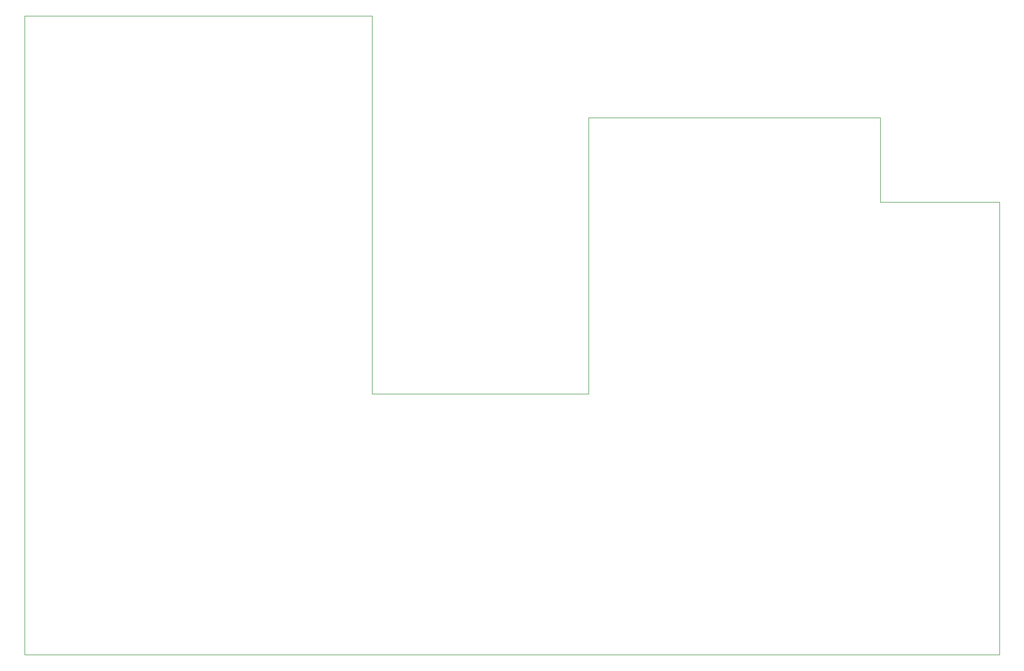
<source format=gbr>
%TF.GenerationSoftware,KiCad,Pcbnew,(5.1.7)-1*%
%TF.CreationDate,2020-11-02T22:58:23+00:00*%
%TF.ProjectId,STFM-TF536-Relocator+ROM-MkII,5354464d-2d54-4463-9533-362d52656c6f,rev?*%
%TF.SameCoordinates,Original*%
%TF.FileFunction,Profile,NP*%
%FSLAX46Y46*%
G04 Gerber Fmt 4.6, Leading zero omitted, Abs format (unit mm)*
G04 Created by KiCad (PCBNEW (5.1.7)-1) date 2020-11-02 22:58:23*
%MOMM*%
%LPD*%
G01*
G04 APERTURE LIST*
%TA.AperFunction,Profile*%
%ADD10C,0.050000*%
%TD*%
G04 APERTURE END LIST*
D10*
X129921000Y-43942000D02*
X178181000Y-43942000D01*
X129921000Y-89662000D02*
X129921000Y-43942000D01*
X94043500Y-89662000D02*
X129921000Y-89662000D01*
X94043500Y-89662000D02*
X94043500Y-27051000D01*
X36576000Y-132842000D02*
X36576000Y-27051000D01*
X197866000Y-132842000D02*
X36576000Y-132842000D01*
X197866000Y-57912000D02*
X197866000Y-132842000D01*
X178181000Y-57912000D02*
X197866000Y-57912000D01*
X178181000Y-43942000D02*
X178181000Y-57912000D01*
X36576000Y-27051000D02*
X94043500Y-27051000D01*
M02*

</source>
